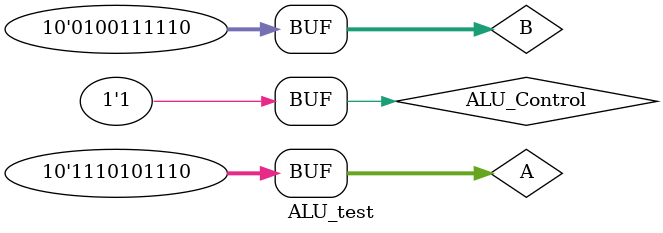
<source format=v>
`timescale 1ns / 1ps


module ALU_test();

reg ALU_Control; reg [9:0] A; reg [9:0] B;
wire [9:0] ALU_output; 
    
    ALU_module ALU_test(.ALU_Control(ALU_Control), .A(A), .B(B), .ALU_output(ALU_output));
      
    initial
        begin
            
            A = 10'b0011010111;
            B = 10'b0000101110;
            ALU_Control = 0;
             
            #100
            A = 10'b1110101110;
            B = 10'b0100111110;
            ALU_Control = 0;
            
            #100
            A = 10'b1110101110;
            B = 10'b1100111110;
            ALU_Control = 0;
            
            #100
            A = 10'b1010101010;
            B = 10'b1100111110;
            ALU_Control = 1;
            
            #100
            A = 10'b0011001010;
            B = 10'b0000110101;
            ALU_Control = 1;
            
            #100
            A = 10'b1110101110;
            B = 10'b0100111110;
            ALU_Control = 1;
            
        end
endmodule

</source>
